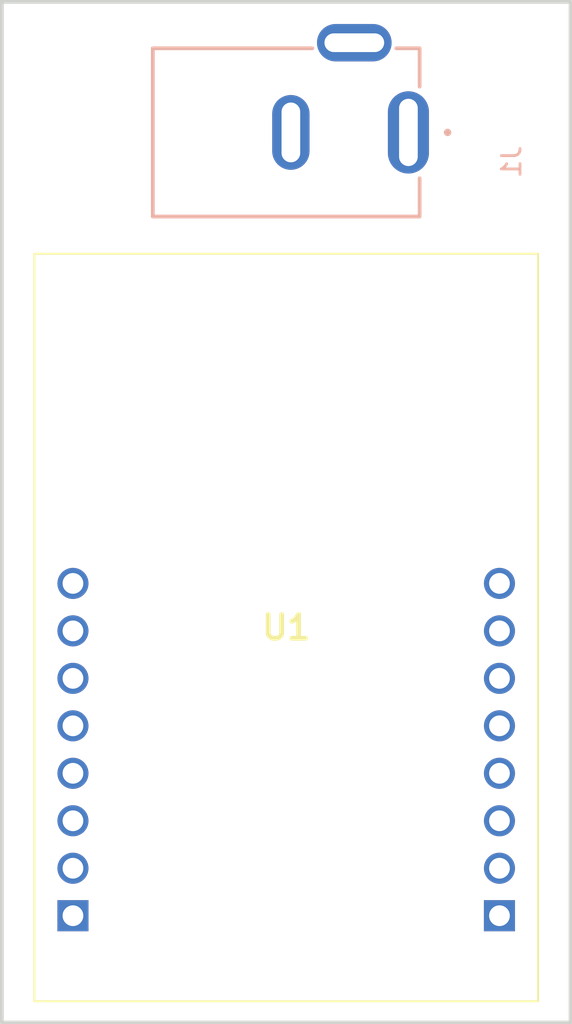
<source format=kicad_pcb>
(kicad_pcb (version 20221018) (generator pcbnew)
  (layers (0 "F.Cu" signal) (31 "B.Cu" signal) (34 "B.Paste" user) (35 "F.Paste" user) (36 "B.SilkS" user "B.Silkscreen") (37 "F.SilkS" user "F.Silkscreen") (38 "B.Mask" user) (39 "F.Mask" user) (44 "Edge.Cuts" user))
  (net 0 "")
  (net 12 "Net-(U1-GND_2)")
  (net 13 "Net-(U1-VCC)")
  (footprint "PCB_espcam:ESP32CAM" (layer "F.Cu") (at 107.95 59.69 180)
    (fp_text reference "U1" (at 11.43 -2.36) (layer "F.SilkS") (effects (font (size 1.27 1.27) (thickness 0.254))))
    (fp_text value "ESP32-CAM" hide)
    (fp_line (start -2.07 -22.36) (end -2.07 17.64) (stroke (width 0.1)) (layer "F.SilkS"))
    (fp_line (start -2.07 17.64) (end 24.93 17.64) (stroke (width 0.1)) (layer "F.SilkS"))
    (fp_line (start 24.93 -22.36) (end -2.07 -22.36) (stroke (width 0.1)) (layer "F.SilkS"))
    (fp_line (start 24.93 17.64) (end 24.93 -22.36) (stroke (width 0.1)) (layer "F.SilkS"))
    (pad "1" thru_hole circle (at 0 0 180) (size 1.665 1.665) (drill 1.11) (layers "*.Cu" "*.Mask"))
    (pad "2" thru_hole circle (at 0 -2.54 180) (size 1.665 1.665) (drill 1.11) (layers "*.Cu" "*.Mask"))
    (pad "3" thru_hole circle (at 0 -5.08 180) (size 1.665 1.665) (drill 1.11) (layers "*.Cu" "*.Mask"))
    (pad "4" thru_hole circle (at 0 -7.62 180) (size 1.665 1.665) (drill 1.11) (layers "*.Cu" "*.Mask"))
    (pad "5" thru_hole circle (at 0 -10.16 180) (size 1.665 1.665) (drill 1.11) (layers "*.Cu" "*.Mask"))
    (pad "6" thru_hole circle (at 0 -12.7 180) (size 1.665 1.665) (drill 1.11) (layers "*.Cu" "*.Mask"))
    (pad "7" thru_hole circle (at 0 -15.24 180) (size 1.665 1.665) (drill 1.11) (layers "*.Cu" "*.Mask"))
    (pad "8" thru_hole rect (at 0 -17.78 180) (size 1.665 1.665) (drill 1.11) (layers "*.Cu" "*.Mask"))
    (pad "9" thru_hole rect (at 22.86 -17.78 180) (size 1.665 1.665) (drill 1.11) (layers "*.Cu" "*.Mask"))
    (pad "10" thru_hole circle (at 22.86 -15.24 180) (size 1.665 1.665) (drill 1.11) (layers "*.Cu" "*.Mask"))
    (pad "11" thru_hole circle (at 22.86 -12.7 180) (size 1.665 1.665) (drill 1.11) (layers "*.Cu" "*.Mask"))
    (pad "12" thru_hole circle (at 22.86 -10.16 180) (size 1.665 1.665) (drill 1.11) (layers "*.Cu" "*.Mask") (net 12 "Net-(U1-GND_2)"))
    (pad "13" thru_hole circle (at 22.86 -7.62 180) (size 1.665 1.665) (drill 1.11) (layers "*.Cu" "*.Mask") (net 13 "Net-(U1-VCC)"))
    (pad "14" thru_hole circle (at 22.86 -5.08 180) (size 1.665 1.665) (drill 1.11) (layers "*.Cu" "*.Mask"))
    (pad "15" thru_hole circle (at 22.86 -2.54 180) (size 1.665 1.665) (drill 1.11) (layers "*.Cu" "*.Mask"))
    (pad "16" thru_hole circle (at 22.86 0 180) (size 1.665 1.665) (drill 1.11) (layers "*.Cu" "*.Mask"))
  )
  (footprint "PCB_espcam:PowerJack" (layer "B.Cu") (at 96.52 35.56 90)
    (fp_text reference "J1" (at -1.575 12.075 90) (layer "B.SilkS") (effects (justify mirror)))
    (fp_text value "Barrel_Jack")
    (fp_line (start -4.5 -7.15) (end -4.5 7.15) (stroke (width 0.2)) (layer "B.SilkS"))
    (fp_line (start -4.5 -7.15) (end 4.5 -7.15) (stroke (width 0.2)) (layer "B.SilkS"))
    (fp_line (start -2.45 7.15) (end -4.5 7.15) (stroke (width 0.2)) (layer "B.SilkS"))
    (fp_line (start 2.45 7.15) (end 4.5 7.15) (stroke (width 0.2)) (layer "B.SilkS"))
    (fp_line (start 4.5 -7.15) (end 4.5 1.4) (stroke (width 0.2)) (layer "B.SilkS"))
    (fp_line (start 4.5 7.15) (end 4.5 5.9) (stroke (width 0.2)) (layer "B.SilkS"))
    (fp_circle (center 0 8.65) (end 0.1 8.65) (stroke (width 0.2)) (fill none) (layer "B.SilkS"))
    (pad "1" thru_hole oval (at 0 6.55 90) (size 4.4 2.2) (drill oval 3.6 1) (layers "*.Cu" "*.Mask") (net 13 "Net-(U1-VCC)"))
    (pad "2" thru_hole oval (at 0 0.25 90) (size 4 2) (drill oval 3.2 1) (layers "*.Cu" "*.Mask") (net 12 "Net-(U1-GND_2)"))
    (pad "3" thru_hole oval (at 4.8 3.65 90) (size 2 4) (drill oval 1 3.2) (layers "*.Cu" "*.Mask"))
  )
  (gr_rect (start 81.28 28.575) (end 111.76 83.185) (stroke (width 0.2)) (fill none) (layer "Edge.Cuts"))
)
</source>
